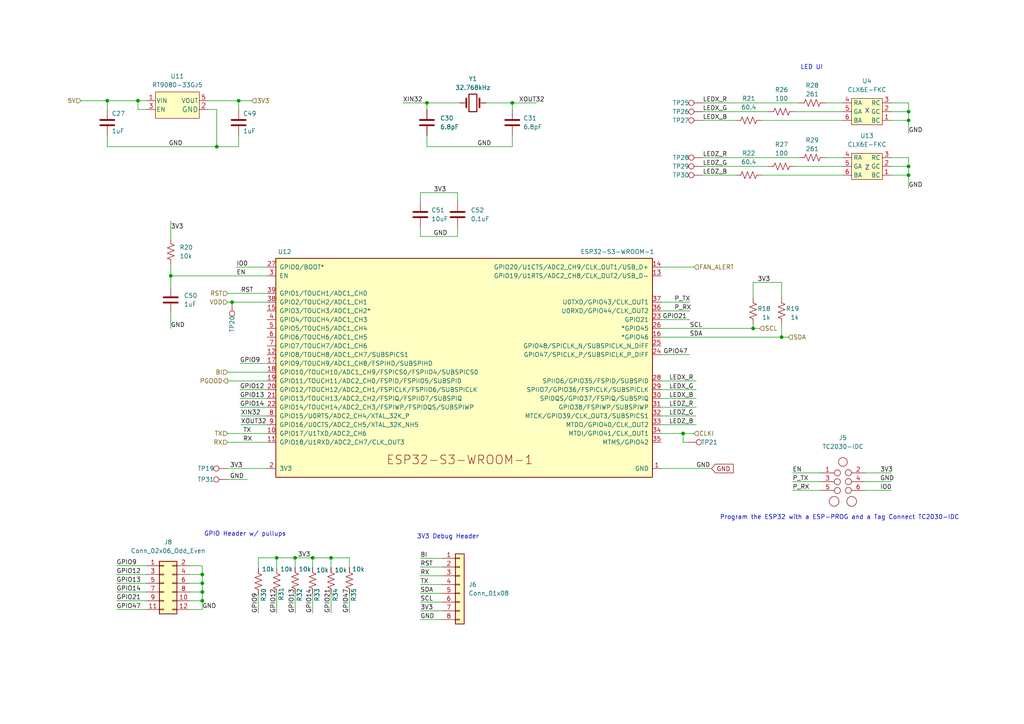
<source format=kicad_sch>
(kicad_sch (version 20211123) (generator eeschema)
  (paper "A4")
  (lib_symbols
    (symbol "CLX6E-FKC_1"
      (property "Reference" "U" (at 3.81 5.08 0))
      (property "Value" "CLX6E-FKC_1" (at 1.27 -5.08 0))
      (symbol "CLX6E-FKC_1_0_1"
        (rectangle (start -3.81 3.81) (end 5.08 -3.81) (stroke (width 0.1524)) (fill (type background)))
      )
      (symbol "CLX6E-FKC_1_1_1"
        (pin bidirectional line (at 7.62 -2.54 180) (length 2.54) (name "BC") (number "1"))
        (pin bidirectional line (at 7.62 0 180) (length 2.54) (name "GC") (number "2"))
        (pin bidirectional line (at 7.62 2.54 180) (length 2.54) (name "RC") (number "3"))
        (pin bidirectional line (at -6.35 2.54 0) (length 2.54) (name "RA") (number "4"))
        (pin bidirectional line (at -6.35 0 0) (length 2.54) (name "GA") (number "5"))
        (pin input line (at -6.35 -2.54 0) (length 2.54) (name "BA") (number "6"))
      )
    )
    (symbol "Connector:TestPoint" (pin_numbers hide) (pin_names (offset 0.762) hide)
      (property "Reference" "TP" (at 0 6.858 0))
      (property "Value" "TestPoint" (at 0 5.08 0))
      (symbol "TestPoint_0_1"
        (circle (center 0 3.302) (radius 0.762))
      )
      (symbol "TestPoint_1_1"
        (pin passive line (at 0 0 90) (length 2.54) (name "1") (number "1"))
      )
    )
    (symbol "Connector_Generic:Conn_01x08" (pin_names (offset 1.016) hide)
      (property "Reference" "J" (at 0 10.16 0))
      (property "Value" "Conn_01x08" (at 0 -12.7 0))
      (symbol "Conn_01x08_1_1"
        (rectangle (start -1.27 -10.033) (end 0 -10.287) (stroke (width 0.1524)))
        (rectangle (start -1.27 -7.493) (end 0 -7.747) (stroke (width 0.1524)))
        (rectangle (start -1.27 -4.953) (end 0 -5.207) (stroke (width 0.1524)))
        (rectangle (start -1.27 -2.413) (end 0 -2.667) (stroke (width 0.1524)))
        (rectangle (start -1.27 0.127) (end 0 -0.127) (stroke (width 0.1524)))
        (rectangle (start -1.27 2.667) (end 0 2.413) (stroke (width 0.1524)))
        (rectangle (start -1.27 5.207) (end 0 4.953) (stroke (width 0.1524)))
        (rectangle (start -1.27 7.747) (end 0 7.493) (stroke (width 0.1524)))
        (rectangle (start -1.27 8.89) (end 1.27 -11.43) (stroke (width 0.254)) (fill (type background)))
        (pin passive line (at -5.08 7.62 0) (length 3.81) (name "Pin_1") (number "1"))
        (pin passive line (at -5.08 5.08 0) (length 3.81) (name "Pin_2") (number "2"))
        (pin passive line (at -5.08 2.54 0) (length 3.81) (name "Pin_3") (number "3"))
        (pin passive line (at -5.08 0 0) (length 3.81) (name "Pin_4") (number "4"))
        (pin passive line (at -5.08 -2.54 0) (length 3.81) (name "Pin_5") (number "5"))
        (pin passive line (at -5.08 -5.08 0) (length 3.81) (name "Pin_6") (number "6"))
        (pin passive line (at -5.08 -7.62 0) (length 3.81) (name "Pin_7") (number "7"))
        (pin passive line (at -5.08 -10.16 0) (length 3.81) (name "Pin_8") (number "8"))
      )
    )
    (symbol "Connector_Generic:Conn_02x06_Odd_Even" (pin_names (offset 1.016) hide)
      (property "Reference" "J" (at 1.27 7.62 0))
      (property "Value" "Conn_02x06_Odd_Even" (at 1.27 -10.16 0))
      (symbol "Conn_02x06_Odd_Even_1_1"
        (rectangle (start -1.27 -7.493) (end 0 -7.747) (stroke (width 0.1524)))
        (rectangle (start -1.27 -4.953) (end 0 -5.207) (stroke (width 0.1524)))
        (rectangle (start -1.27 -2.413) (end 0 -2.667) (stroke (width 0.1524)))
        (rectangle (start -1.27 0.127) (end 0 -0.127) (stroke (width 0.1524)))
        (rectangle (start -1.27 2.667) (end 0 2.413) (stroke (width 0.1524)))
        (rectangle (start -1.27 5.207) (end 0 4.953) (stroke (width 0.1524)))
        (rectangle (start -1.27 6.35) (end 3.81 -8.89) (stroke (width 0.254)) (fill (type background)))
        (rectangle (start 3.81 -7.493) (end 2.54 -7.747) (stroke (width 0.1524)))
        (rectangle (start 3.81 -4.953) (end 2.54 -5.207) (stroke (width 0.1524)))
        (rectangle (start 3.81 -2.413) (end 2.54 -2.667) (stroke (width 0.1524)))
        (rectangle (start 3.81 0.127) (end 2.54 -0.127) (stroke (width 0.1524)))
        (rectangle (start 3.81 2.667) (end 2.54 2.413) (stroke (width 0.1524)))
        (rectangle (start 3.81 5.207) (end 2.54 4.953) (stroke (width 0.1524)))
        (pin passive line (at -5.08 5.08 0) (length 3.81) (name "Pin_1") (number "1"))
        (pin passive line (at 7.62 -5.08 180) (length 3.81) (name "Pin_10") (number "10"))
        (pin passive line (at -5.08 -7.62 0) (length 3.81) (name "Pin_11") (number "11"))
        (pin passive line (at 7.62 -7.62 180) (length 3.81) (name "Pin_12") (number "12"))
        (pin passive line (at 7.62 5.08 180) (length 3.81) (name "Pin_2") (number "2"))
        (pin passive line (at -5.08 2.54 0) (length 3.81) (name "Pin_3") (number "3"))
        (pin passive line (at 7.62 2.54 180) (length 3.81) (name "Pin_4") (number "4"))
        (pin passive line (at -5.08 0 0) (length 3.81) (name "Pin_5") (number "5"))
        (pin passive line (at 7.62 0 180) (length 3.81) (name "Pin_6") (number "6"))
        (pin passive line (at -5.08 -2.54 0) (length 3.81) (name "Pin_7") (number "7"))
        (pin passive line (at 7.62 -2.54 180) (length 3.81) (name "Pin_8") (number "8"))
        (pin passive line (at -5.08 -5.08 0) (length 3.81) (name "Pin_9") (number "9"))
      )
    )
    (symbol "Device:C" (pin_numbers hide) (pin_names (offset 0.254))
      (property "Reference" "C" (at 0.635 2.54 0))
      (property "Value" "C" (at 0.635 -2.54 0))
      (symbol "C_0_1"
        (polyline (pts (xy -2.032 -0.762) (xy 2.032 -0.762)) (stroke (width 0.508)))
        (polyline (pts (xy -2.032 0.762) (xy 2.032 0.762)) (stroke (width 0.508)))
      )
      (symbol "C_1_1"
        (pin passive line (at 0 3.81 270) (length 2.794) (name "~") (number "1"))
        (pin passive line (at 0 -3.81 90) (length 2.794) (name "~") (number "2"))
      )
    )
    (symbol "Device:Crystal" (pin_numbers hide) (pin_names (offset 1.016) hide)
      (property "Reference" "Y" (at 0 3.81 0))
      (property "Value" "Crystal" (at 0 -3.81 0))
      (symbol "Crystal_0_1"
        (rectangle (start -1.143 2.54) (end 1.143 -2.54) (stroke (width 0.3048)))
        (polyline (pts (xy -2.54 0) (xy -1.905 0)))
        (polyline (pts (xy -1.905 -1.27) (xy -1.905 1.27)) (stroke (width 0.508)))
        (polyline (pts (xy 1.905 -1.27) (xy 1.905 1.27)) (stroke (width 0.508)))
        (polyline (pts (xy 2.54 0) (xy 1.905 0)))
      )
      (symbol "Crystal_1_1"
        (pin passive line (at -3.81 0 0) (length 1.27) (name "1") (number "1"))
        (pin passive line (at 3.81 0 180) (length 1.27) (name "2") (number "2"))
      )
    )
    (symbol "Device:R_US" (pin_numbers hide) (pin_names (offset 0))
      (property "Reference" "R" (at 2.54 0 90))
      (property "Value" "R_US" (at -2.54 0 90))
      (symbol "R_US_0_1"
        (polyline (pts (xy 0 -2.286) (xy 0 -2.54)))
        (polyline (pts (xy 0 2.286) (xy 0 2.54)))
        (polyline (pts (xy 0 -0.762) (xy 1.016 -1.143) (xy 0 -1.524) (xy -1.016 -1.905) (xy 0 -2.286)))
        (polyline (pts (xy 0 0.762) (xy 1.016 0.381) (xy 0 0) (xy -1.016 -0.381) (xy 0 -0.762)))
        (polyline (pts (xy 0 2.286) (xy 1.016 1.905) (xy 0 1.524) (xy -1.016 1.143) (xy 0 0.762)))
      )
      (symbol "R_US_1_1"
        (pin passive line (at 0 3.81 270) (length 1.27) (name "~") (number "1"))
        (pin passive line (at 0 -3.81 90) (length 1.27) (name "~") (number "2"))
      )
    )
    (symbol "Espressif:ESP32-S3-WROOM-1" (pin_names (offset 1.016))
      (property "Reference" "U" (at -53.34 38.1 0))
      (property "Value" "ESP32-S3-WROOM-1" (at -53.34 35.56 0))
      (symbol "ESP32-S3-WROOM-1_0_0"
        (rectangle (start -53.34 33.02) (end 55.88 -30.48) (stroke (width 0.254)) (fill (type background)))
        (text "ESP32-S3-WROOM-1" (at 0 -25.4 0) (effects (font (size 2.54 2.54))))
        (pin power_in line (at 58.42 -27.94 180) (length 2.54) (name "GND") (number "1"))
        (pin bidirectional line (at -55.88 -17.78 0) (length 2.54) (name "GPIO17/U1TXD/ADC2_CH6") (number "10"))
        (pin bidirectional line (at -55.88 -20.32 0) (length 2.54) (name "GPIO18/U1RXD/ADC2_CH7/CLK_OUT3") (number "11"))
        (pin bidirectional line (at -55.88 5.08 0) (length 2.54) (name "GPIO8/TOUCH8/ADC1_CH7/SUBSPICS1") (number "12"))
        (pin bidirectional line (at 58.42 27.94 180) (length 2.54) (name "GPIO19/U1RTS/ADC2_CH8/CLK_OUT2/USB_D-") (number "13"))
        (pin bidirectional line (at 58.42 30.48 180) (length 2.54) (name "GPIO20/U1CTS/ADC2_CH9/CLK_OUT1/USB_D+") (number "14"))
        (pin bidirectional line (at -55.88 17.78 0) (length 2.54) (name "GPIO3/TOUCH3/ADC1_CH2*") (number "15"))
        (pin bidirectional line (at 58.42 10.16 180) (length 2.54) (name "*GPIO46") (number "16"))
        (pin bidirectional line (at -55.88 2.54 0) (length 2.54) (name "GPIO9/TOUCH9/ADC1_CH8/FSPIHD/SUBSPIHD") (number "17"))
        (pin bidirectional line (at -55.88 0 0) (length 2.54) (name "GPIO10/TOUCH10/ADC1_CH9/FSPICS0/FSPIIO4/SUBSPICS0") (number "18"))
        (pin bidirectional line (at -55.88 -2.54 0) (length 2.54) (name "GPIO11/TOUCH11/ADC2_CH0/FSPID/FSPIIO5/SUBSPID") (number "19"))
        (pin power_in line (at -55.88 -27.94 0) (length 2.54) (name "3V3") (number "2"))
        (pin bidirectional line (at -55.88 -5.08 0) (length 2.54) (name "GPIO12/TOUCH12/ADC2_CH1/FSPICLK/FSPIIO6/SUBSPICLK") (number "20"))
        (pin bidirectional line (at -55.88 -7.62 0) (length 2.54) (name "GPIO13/TOUCH13/ADC2_CH2/FSPIQ/FSPIIO7/SUBSPIQ") (number "21"))
        (pin bidirectional line (at -55.88 -10.16 0) (length 2.54) (name "GPIO14/TOUCH14/ADC2_CH3/FSPIWP/FSPIDQS/SUBSPIWP") (number "22"))
        (pin bidirectional line (at 58.42 15.24 180) (length 2.54) (name "GPIO21") (number "23"))
        (pin bidirectional line (at 58.42 5.08 180) (length 2.54) (name "GPIO47/SPICLK_P/SUBSPICLK_P_DIFF") (number "24"))
        (pin bidirectional line (at 58.42 7.62 180) (length 2.54) (name "GPIO48/SPICLK_N/SUBSPICLK_N_DIFF") (number "25"))
        (pin bidirectional line (at 58.42 12.7 180) (length 2.54) (name "*GPIO45") (number "26"))
        (pin bidirectional line (at -55.88 30.48 0) (length 2.54) (name "GPIO0/BOOT*") (number "27"))
        (pin bidirectional line (at 58.42 -2.54 180) (length 2.54) (name "SPIIO6/GPIO35/FSPID/SUBSPID") (number "28"))
        (pin bidirectional line (at 58.42 -5.08 180) (length 2.54) (name "SPIIO7/GPIO36/FSPICLK/SUBSPICLK") (number "29"))
        (pin input line (at -55.88 27.94 0) (length 2.54) (name "EN") (number "3"))
        (pin bidirectional line (at 58.42 -7.62 180) (length 2.54) (name "SPIDQS/GPIO37/FSPIQ/SUBSPIQ") (number "30"))
        (pin bidirectional line (at 58.42 -10.16 180) (length 2.54) (name "GPIO38/FSPIWP/SUBSPIWP") (number "31"))
        (pin bidirectional line (at 58.42 -12.7 180) (length 2.54) (name "MTCK/GPIO39/CLK_OUT3/SUBSPICS1") (number "32"))
        (pin bidirectional line (at 58.42 -15.24 180) (length 2.54) (name "MTDO/GPIO40/CLK_OUT2") (number "33"))
        (pin bidirectional line (at 58.42 -17.78 180) (length 2.54) (name "MTDI/GPIO41/CLK_OUT1") (number "34"))
        (pin bidirectional line (at 58.42 -20.32 180) (length 2.54) (name "MTMS/GPIO42") (number "35"))
        (pin bidirectional line (at 58.42 17.78 180) (length 2.54) (name "U0RXD/GPIO44/CLK_OUT2") (number "36"))
        (pin bidirectional line (at 58.42 20.32 180) (length 2.54) (name "U0TXD/GPIO43/CLK_OUT1") (number "37"))
        (pin bidirectional line (at -55.88 20.32 0) (length 2.54) (name "GPIO2/TOUCH2/ADC1_CH1") (number "38"))
        (pin bidirectional line (at -55.88 22.86 0) (length 2.54) (name "GPIO1/TOUCH1/ADC1_CH0") (number "39"))
        (pin bidirectional line (at -55.88 15.24 0) (length 2.54) (name "GPIO4/TOUCH4/ADC1_CH3") (number "4"))
        (pin passive line (at 58.42 -27.94 180) (length 2.54) hide (name "GND") (number "40"))
        (pin passive line (at 58.42 -27.94 180) (length 2.54) hide (name "GND") (number "41"))
        (pin bidirectional line (at -55.88 12.7 0) (length 2.54) (name "GPIO5/TOUCH5/ADC1_CH4") (number "5"))
        (pin bidirectional line (at -55.88 10.16 0) (length 2.54) (name "GPIO6/TOUCH6/ADC1_CH5") (number "6"))
        (pin bidirectional line (at -55.88 7.62 0) (length 2.54) (name "GPIO7/TOUCH7/ADC1_CH6") (number "7"))
        (pin bidirectional line (at -55.88 -12.7 0) (length 2.54) (name "GPIO15/U0RTS/ADC2_CH4/XTAL_32K_P") (number "8"))
        (pin bidirectional line (at -55.88 -15.24 0) (length 2.54) (name "GPIO16/U0CTS/ADC2_CH5/XTAL_32K_NH5") (number "9"))
      )
    )
    (symbol "Espressif:TC2030-IDC-NL" (pin_names (offset 1.016) hide)
      (property "Reference" "J" (at 0 -8.89 0))
      (property "Value" "TC2030-IDC-NL" (at 0.635 -11.43 0))
      (symbol "TC2030-IDC-NL_0_1"
        (circle (center -2.54 -5.715) (radius 1.4224))
        (circle (center -1.6002 2.54) (radius 0.889))
        (circle (center 0 5.715) (radius 1.27))
      )
      (symbol "TC2030-IDC-NL_1_1"
        (circle (center -1.6002 -2.5908) (radius 0.889))
        (circle (center -1.6002 -0.0508) (radius 0.889))
        (circle (center 1.6002 -2.54) (radius 0.889))
        (circle (center 1.6002 0) (radius 0.889))
        (circle (center 1.6002 2.5908) (radius 0.889))
        (circle (center 2.54 -5.715) (radius 1.4224))
        (pin passive line (at -6.35 2.54 0) (length 3.81) (name "Pin_1") (number "1"))
        (pin passive line (at 6.35 2.54 180) (length 3.81) (name "Pin_2") (number "2"))
        (pin passive line (at -6.35 0 0) (length 3.81) (name "Pin_3") (number "3"))
        (pin passive line (at 6.35 0 180) (length 3.81) (name "Pin_4") (number "4"))
        (pin passive line (at -6.35 -2.54 0) (length 3.81) (name "Pin_5") (number "5"))
        (pin passive line (at 6.35 -2.54 180) (length 3.81) (name "Pin_6") (number "6"))
      )
    )
    (symbol "bitaxe:RT9080-33GJ5" (pin_names (offset 0.254))
      (property "Reference" "U" (at -6.35 5.08 0))
      (property "Value" "RT9080-33GJ5" (at 0 -5.08 0))
      (symbol "RT9080-33GJ5_1_1"
        (rectangle (start -6.35 3.81) (end 6.35 -3.81) (stroke (width 0.1524)) (fill (type background)))
        (pin power_in line (at -8.89 1.27 0) (length 2.54) (name "VIN") (number "1"))
        (pin power_in line (at 8.89 -1.27 180) (length 2.54) (name "GND") (number "2"))
        (pin input line (at -8.89 -1.27 0) (length 2.54) (name "EN") (number "3"))
        (pin output line (at 8.89 1.27 180) (length 2.54) (name "VOUT") (number "5"))
      )
    )
  )
  (junction (at 198.12 125.73))
  (junction (at 85.598 161.798))
  (junction (at 58.674 171.704))
  (junction (at 123.825 29.845))
  (junction (at 96.012 161.798))
  (junction (at 263.525 32.385))
  (junction (at 263.525 34.925))
  (junction (at 62.865 42.545))
  (junction (at 263.525 48.26))
  (junction (at 90.678 161.798))
  (junction (at 263.525 50.8))
  (junction (at 40.005 29.21))
  (junction (at 58.674 174.244))
  (junction (at 58.674 169.164))
  (junction (at 148.59 29.845))
  (junction (at 80.264 161.798))
  (junction (at 218.44 95.25))
  (junction (at 49.53 80.01))
  (junction (at 69.215 29.21))
  (junction (at 58.674 166.624))
  (junction (at 226.695 97.79))
  (junction (at 67.31 87.63))
  (junction (at 31.115 29.21))
  (wire (pts (xy 33.782 176.784) (xy 42.418 176.784)))
  (wire (pts (xy 121.92 172.085) (xy 128.27 172.085)))
  (wire (pts (xy 121.92 177.165) (xy 128.27 177.165)))
  (wire (pts (xy 121.92 55.88) (xy 121.92 58.42)))
  (wire (pts (xy 218.44 95.25) (xy 220.345 95.25)))
  (wire (pts (xy 191.77 113.03) (xy 201.93 113.03)))
  (wire (pts (xy 31.115 29.21) (xy 31.115 31.75)))
  (wire (pts (xy 258.445 32.385) (xy 263.525 32.385)))
  (wire (pts (xy 96.012 172.212) (xy 96.012 177.8)))
  (wire (pts (xy 55.118 174.244) (xy 58.674 174.244)))
  (wire (pts (xy 55.118 166.624) (xy 58.674 166.624)))
  (wire (pts (xy 33.782 166.624) (xy 42.418 166.624)))
  (wire (pts (xy 58.674 169.164) (xy 58.674 171.704)))
  (wire (pts (xy 239.395 29.845) (xy 244.475 29.845)))
  (wire (pts (xy 60.325 31.75) (xy 62.865 31.75)))
  (wire (pts (xy 140.97 29.845) (xy 148.59 29.845)))
  (wire (pts (xy 58.674 164.084) (xy 58.674 166.624)))
  (wire (pts (xy 90.678 161.798) (xy 96.012 161.798)))
  (wire (pts (xy 258.445 50.8) (xy 263.525 50.8)))
  (wire (pts (xy 250.825 139.7) (xy 258.445 139.7)))
  (wire (pts (xy 263.525 32.385) (xy 263.525 34.925)))
  (wire (pts (xy 191.77 95.25) (xy 218.44 95.25)))
  (wire (pts (xy 69.215 39.37) (xy 69.215 42.545)))
  (wire (pts (xy 226.695 93.98) (xy 226.695 97.79)))
  (wire (pts (xy 55.118 164.084) (xy 58.674 164.084)))
  (wire (pts (xy 66.04 110.49) (xy 77.47 110.49)))
  (wire (pts (xy 132.715 68.58) (xy 121.92 68.58)))
  (wire (pts (xy 55.118 176.784) (xy 58.674 176.784)))
  (wire (pts (xy 62.865 31.75) (xy 62.865 42.545)))
  (wire (pts (xy 123.825 42.545) (xy 123.825 39.37)))
  (wire (pts (xy 220.98 34.925) (xy 244.475 34.925)))
  (wire (pts (xy 250.825 137.16) (xy 258.445 137.16)))
  (wire (pts (xy 69.215 29.21) (xy 69.215 31.75)))
  (wire (pts (xy 80.264 161.798) (xy 85.598 161.798)))
  (wire (pts (xy 77.47 125.73) (xy 66.04 125.73)))
  (wire (pts (xy 132.715 66.04) (xy 132.715 68.58)))
  (wire (pts (xy 49.53 76.835) (xy 49.53 80.01)))
  (wire (pts (xy 263.525 34.925) (xy 263.525 38.735)))
  (wire (pts (xy 40.005 29.21) (xy 42.545 29.21)))
  (wire (pts (xy 191.77 92.71) (xy 200.025 92.71)))
  (wire (pts (xy 226.695 81.915) (xy 226.695 86.36)))
  (wire (pts (xy 191.77 102.87) (xy 200.025 102.87)))
  (wire (pts (xy 85.598 161.798) (xy 90.678 161.798)))
  (wire (pts (xy 49.53 90.805) (xy 49.53 95.25)))
  (wire (pts (xy 69.596 118.11) (xy 77.47 118.11)))
  (wire (pts (xy 58.674 171.704) (xy 58.674 174.244)))
  (wire (pts (xy 198.12 128.27) (xy 198.12 125.73)))
  (wire (pts (xy 218.44 81.915) (xy 218.44 86.36)))
  (wire (pts (xy 148.59 29.845) (xy 155.575 29.845)))
  (wire (pts (xy 69.85 120.65) (xy 77.47 120.65)))
  (wire (pts (xy 85.598 161.798) (xy 85.598 164.592)))
  (wire (pts (xy 77.47 85.09) (xy 66.04 85.09)))
  (wire (pts (xy 230.505 48.26) (xy 244.475 48.26)))
  (wire (pts (xy 66.04 107.95) (xy 77.47 107.95)))
  (wire (pts (xy 68.58 77.47) (xy 77.47 77.47)))
  (wire (pts (xy 191.77 120.65) (xy 201.93 120.65)))
  (wire (pts (xy 191.77 115.57) (xy 201.93 115.57)))
  (wire (pts (xy 116.84 29.845) (xy 123.825 29.845)))
  (wire (pts (xy 123.825 42.545) (xy 148.59 42.545)))
  (wire (pts (xy 220.98 50.8) (xy 244.475 50.8)))
  (wire (pts (xy 203.835 34.925) (xy 213.36 34.925)))
  (wire (pts (xy 123.825 29.845) (xy 123.825 31.75)))
  (wire (pts (xy 55.118 171.704) (xy 58.674 171.704)))
  (wire (pts (xy 55.118 169.164) (xy 58.674 169.164)))
  (wire (pts (xy 23.495 29.21) (xy 31.115 29.21)))
  (wire (pts (xy 199.39 128.27) (xy 198.12 128.27)))
  (wire (pts (xy 222.885 48.26) (xy 203.835 48.26)))
  (wire (pts (xy 250.825 142.24) (xy 258.445 142.24)))
  (wire (pts (xy 191.77 123.19) (xy 201.93 123.19)))
  (wire (pts (xy 203.835 50.8) (xy 213.36 50.8)))
  (wire (pts (xy 191.77 77.47) (xy 201.295 77.47)))
  (wire (pts (xy 121.92 174.625) (xy 128.27 174.625)))
  (wire (pts (xy 74.93 161.798) (xy 80.264 161.798)))
  (wire (pts (xy 258.445 48.26) (xy 263.525 48.26)))
  (wire (pts (xy 69.85 123.19) (xy 77.47 123.19)))
  (wire (pts (xy 33.782 169.164) (xy 42.418 169.164)))
  (wire (pts (xy 263.525 48.26) (xy 263.525 50.8)))
  (wire (pts (xy 218.44 81.915) (xy 226.695 81.915)))
  (wire (pts (xy 230.505 32.385) (xy 244.475 32.385)))
  (wire (pts (xy 226.695 97.79) (xy 228.6 97.79)))
  (wire (pts (xy 191.77 90.17) (xy 200.025 90.17)))
  (wire (pts (xy 77.47 128.27) (xy 66.04 128.27)))
  (wire (pts (xy 191.77 110.49) (xy 201.93 110.49)))
  (wire (pts (xy 123.825 29.845) (xy 133.35 29.845)))
  (wire (pts (xy 33.782 164.084) (xy 42.418 164.084)))
  (wire (pts (xy 229.87 142.24) (xy 238.125 142.24)))
  (wire (pts (xy 49.53 80.01) (xy 77.47 80.01)))
  (wire (pts (xy 80.264 172.466) (xy 80.264 177.8)))
  (wire (pts (xy 198.12 125.73) (xy 201.295 125.73)))
  (wire (pts (xy 191.77 97.79) (xy 226.695 97.79)))
  (wire (pts (xy 49.53 64.135) (xy 49.53 69.215)))
  (wire (pts (xy 96.012 161.798) (xy 96.012 164.592)))
  (wire (pts (xy 66.04 139.065) (xy 71.755 139.065)))
  (wire (pts (xy 69.215 29.21) (xy 73.025 29.21)))
  (wire (pts (xy 33.782 174.244) (xy 42.418 174.244)))
  (wire (pts (xy 31.115 29.21) (xy 40.005 29.21)))
  (wire (pts (xy 121.92 167.005) (xy 128.27 167.005)))
  (wire (pts (xy 121.92 169.545) (xy 128.27 169.545)))
  (wire (pts (xy 191.77 118.11) (xy 201.93 118.11)))
  (wire (pts (xy 80.264 161.798) (xy 80.264 164.846)))
  (wire (pts (xy 101.346 161.798) (xy 101.346 164.592)))
  (wire (pts (xy 90.678 172.212) (xy 90.678 177.8)))
  (wire (pts (xy 33.782 171.704) (xy 42.418 171.704)))
  (wire (pts (xy 263.525 45.72) (xy 263.525 48.26)))
  (wire (pts (xy 191.77 135.89) (xy 206.375 135.89)))
  (wire (pts (xy 229.87 139.7) (xy 238.125 139.7)))
  (wire (pts (xy 31.115 42.545) (xy 31.115 39.37)))
  (wire (pts (xy 67.31 87.63) (xy 77.47 87.63)))
  (wire (pts (xy 263.525 50.8) (xy 263.525 54.61)))
  (wire (pts (xy 121.92 68.58) (xy 121.92 66.04)))
  (wire (pts (xy 121.92 161.925) (xy 128.27 161.925)))
  (wire (pts (xy 203.835 45.72) (xy 231.775 45.72)))
  (wire (pts (xy 69.596 115.57) (xy 77.47 115.57)))
  (wire (pts (xy 85.598 172.212) (xy 85.598 177.8)))
  (wire (pts (xy 42.545 31.75) (xy 40.005 31.75)))
  (wire (pts (xy 258.445 34.925) (xy 263.525 34.925)))
  (wire (pts (xy 148.59 29.845) (xy 148.59 31.75)))
  (wire (pts (xy 229.87 137.16) (xy 238.125 137.16)))
  (wire (pts (xy 69.596 105.41) (xy 77.47 105.41)))
  (wire (pts (xy 191.77 87.63) (xy 200.025 87.63)))
  (wire (pts (xy 40.005 31.75) (xy 40.005 29.21)))
  (wire (pts (xy 74.93 164.846) (xy 74.93 161.798)))
  (wire (pts (xy 90.678 161.798) (xy 90.678 164.592)))
  (wire (pts (xy 191.77 125.73) (xy 198.12 125.73)))
  (wire (pts (xy 121.92 179.705) (xy 128.27 179.705)))
  (wire (pts (xy 101.346 172.212) (xy 101.346 177.8)))
  (wire (pts (xy 49.53 80.01) (xy 49.53 83.185)))
  (wire (pts (xy 239.395 45.72) (xy 244.475 45.72)))
  (wire (pts (xy 218.44 93.98) (xy 218.44 95.25)))
  (wire (pts (xy 148.59 39.37) (xy 148.59 42.545)))
  (wire (pts (xy 96.012 161.798) (xy 101.346 161.798)))
  (wire (pts (xy 203.835 29.845) (xy 231.775 29.845)))
  (wire (pts (xy 258.445 29.845) (xy 263.525 29.845)))
  (wire (pts (xy 132.715 55.88) (xy 121.92 55.88)))
  (wire (pts (xy 258.445 45.72) (xy 263.525 45.72)))
  (wire (pts (xy 74.93 172.466) (xy 74.93 177.8)))
  (wire (pts (xy 121.92 164.465) (xy 128.27 164.465)))
  (wire (pts (xy 222.885 32.385) (xy 203.835 32.385)))
  (wire (pts (xy 66.04 135.89) (xy 77.47 135.89)))
  (wire (pts (xy 132.715 58.42) (xy 132.715 55.88)))
  (wire (pts (xy 69.596 113.03) (xy 77.47 113.03)))
  (wire (pts (xy 263.525 29.845) (xy 263.525 32.385)))
  (wire (pts (xy 66.04 87.63) (xy 67.31 87.63)))
  (wire (pts (xy 69.215 42.545) (xy 62.865 42.545)))
  (wire (pts (xy 60.325 29.21) (xy 69.215 29.21)))
  (wire (pts (xy 58.674 174.244) (xy 58.674 176.784)))
  (wire (pts (xy 62.865 42.545) (xy 31.115 42.545)))
  (wire (pts (xy 58.674 166.624) (xy 58.674 169.164)))
  (text "X" (at 250.825 33.02 0) (effects (font (size 1.27 1.27)) (justify left bottom)))
  (text "Z" (at 250.825 49.53 0) (effects (font (size 1.27 1.27)) (justify left bottom)))
  (text "Program the ESP32 with a ESP-PROG and a Tag Connect TC2030-IDC" (at 208.788 150.876 0) (effects (font (size 1.27 1.27)) (justify left bottom)))
  (text "3V3 Debug Header" (at 120.904 156.464 0) (effects (font (size 1.27 1.27)) (justify left bottom)))
  (text "GPIO Header w/ pullups" (at 59.182 155.702 0) (effects (font (size 1.27 1.27)) (justify left bottom)))
  (text "LED UI" (at 232.156 20.32 0) (effects (font (size 1.27 1.27)) (justify left bottom)))
  (label "LEDZ_G" (at 203.835 48.26 0))
  (label "GPIO9" (at 74.93 177.8 90))
  (label "P_RX" (at 229.87 142.24 0))
  (label "RX" (at 121.92 167.005 0))
  (label "EN" (at 68.58 80.01 0))
  (label "GPIO13" (at 85.598 177.8 90))
  (label "RST" (at 121.92 164.465 0))
  (label "RST" (at 69.85 85.09 0))
  (label "GPIO9" (at 33.782 164.084 0))
  (label "SDA" (at 121.92 172.085 0))
  (label "GND" (at 263.525 54.61 0))
  (label "GPIO12" (at 80.264 177.8 90))
  (label "LEDX_G" (at 194.056 113.03 0))
  (label "P_TX" (at 229.87 139.7 0))
  (label "GPIO14" (at 69.596 118.11 0))
  (label "GPIO21" (at 192.151 92.71 0))
  (label "EN" (at 229.87 137.16 0))
  (label "GPIO12" (at 69.596 113.03 0))
  (label "3V3" (at 86.36 161.798 0))
  (label "XOUT32" (at 150.495 29.845 0))
  (label "P_RX" (at 195.58 90.17 0))
  (label "GPIO14" (at 33.782 171.704 0))
  (label "GPIO47" (at 101.346 177.8 90))
  (label "GPIO21" (at 96.012 177.8 90))
  (label "LEDX_G" (at 203.835 32.385 0))
  (label "GND" (at 125.73 68.58 0))
  (label "3V3" (at 66.675 135.89 0))
  (label "3V3" (at 219.71 81.915 0))
  (label "GPIO47" (at 192.405 102.87 0))
  (label "GPIO13" (at 69.596 115.57 0))
  (label "GPIO13" (at 33.782 169.164 0))
  (label "IO0" (at 68.58 77.47 0))
  (label "SDA" (at 200.025 97.79 0))
  (label "BI" (at 121.92 161.925 0))
  (label "GND" (at 66.675 139.065 0))
  (label "GPIO47" (at 33.782 176.784 0))
  (label "XIN32" (at 69.85 120.65 0))
  (label "TX" (at 70.485 125.73 0))
  (label "GND" (at 138.43 42.545 0))
  (label "3V3" (at 255.27 137.16 0))
  (label "GND" (at 58.674 176.784 0))
  (label "LEDX_R" (at 194.056 110.49 0))
  (label "LEDZ_R" (at 203.835 45.72 0))
  (label "GPIO12" (at 33.782 166.624 0))
  (label "IO0" (at 255.27 142.24 0))
  (label "SCL" (at 121.92 174.625 0))
  (label "SCL" (at 200.025 95.25 0))
  (label "XOUT32" (at 69.85 123.19 0))
  (label "XIN32" (at 116.84 29.845 0))
  (label "GND" (at 201.93 135.89 0))
  (label "TX" (at 121.92 169.545 0))
  (label "3V3" (at 125.73 55.88 0))
  (label "3V3" (at 121.92 177.165 0))
  (label "LEDX_R" (at 203.835 29.845 0))
  (label "3V3" (at 49.53 66.675 0))
  (label "LEDZ_B" (at 194.056 123.19 0))
  (label "GND" (at 49.53 95.25 0))
  (label "P_TX" (at 195.58 87.63 0))
  (label "GND" (at 121.92 179.705 0))
  (label "LEDZ_R" (at 194.056 118.11 0))
  (label "LEDZ_G" (at 194.056 120.65 0))
  (label "GPIO9" (at 69.596 105.41 0))
  (label "GND" (at 255.27 139.7 0))
  (label "GND" (at 48.895 42.545 0))
  (label "GPIO21" (at 33.782 174.244 0))
  (label "LEDX_B" (at 194.056 115.57 0))
  (label "RX" (at 70.485 128.27 0))
  (label "GPIO14" (at 90.678 177.8 90))
  (label "LEDZ_B" (at 203.835 50.8 0))
  (label "LEDX_B" (at 203.835 34.925 0))
  (label "GND" (at 263.525 38.735 0))
  (global_label "GND" (shape input) (at 206.375 135.89 0) (property "Intersheet References" "${INTERSHEET_REFS}" (effects hide)))
  (hierarchical_label "TX" (shape input) (at 66.04 125.73 180))
  (hierarchical_label "RX" (shape input) (at 66.04 128.27 180))
  (hierarchical_label "CLKI" (shape input) (at 201.295 125.73 0))
  (hierarchical_label "FAN_ALERT" (shape input) (at 201.295 77.47 0))
  (hierarchical_label "BI" (shape input) (at 66.04 107.95 180))
  (hierarchical_label "3V3" (shape input) (at 73.025 29.21 0))
  (hierarchical_label "SCL" (shape input) (at 220.345 95.25 0))
  (hierarchical_label "RST" (shape input) (at 66.04 85.09 180))
  (hierarchical_label "SDA" (shape input) (at 228.6 97.79 0))
  (hierarchical_label "PGOOD" (shape output) (at 66.04 110.49 180))
  (hierarchical_label "5V" (shape input) (at 23.495 29.21 180))
  (hierarchical_label "VDD" (shape input) (at 66.04 87.63 180))
  (symbol (lib_id "Device:R_US") (at 101.346 168.402 0) (unit 1)
    (property "Reference" "R35" (at 102.616 174.498 90) (effects (justify left)))
    (property "Value" "10k" (at 102.108 165.1 0) (effects (justify left)))
    (property "Footprint" "Resistor_SMD:R_0402_1005Metric" (effects hide))
    (property "DK" "311-10KJRCT-ND" (effects hide))
  )
  (symbol (lib_id "Device:R_US") (at 235.585 29.845 90) (unit 1)
    (property "Reference" "R28" (at 235.585 24.765 90))
    (property "Value" "261" (at 235.585 27.305 90))
    (property "Footprint" "Resistor_SMD:R_0402_1005Metric" (effects hide))
    (property "DK" "YAG3078CT-ND" (effects hide))
  )
  (symbol (lib_id "Device:R_US") (at 218.44 90.17 180) (unit 1)
    (property "Reference" "R18" (at 221.615 89.535 0))
    (property "Value" "1k" (at 222.25 92.075 0))
    (property "Footprint" "Resistor_SMD:R_0402_1005Metric" (effects hide))
    (property "DK" "YAG2306CT-ND" (effects hide))
  )
  (symbol (lib_id "Device:C") (at 49.53 86.995 0) (unit 1)
    (property "Reference" "C50" (at 53.34 85.7249 0) (effects (justify left)))
    (property "Value" "1uF" (at 53.34 88.2649 0) (effects (justify left)))
    (property "Footprint" "Capacitor_SMD:C_0402_1005Metric" (effects hide))
    (property "DK" "587-5514-1-ND" (effects hide))
  )
  (symbol (lib_id "Device:C") (at 123.825 35.56 0) (unit 1)
    (property "Reference" "C30" (at 127.635 34.2899 0) (effects (justify left)))
    (property "Value" "6.8pF" (at 127.635 36.8299 0) (effects (justify left)))
    (property "Footprint" "Capacitor_SMD:C_0402_1005Metric" (effects hide))
    (property "DK" "399-C0402C689C5GAC7867CT-ND" (effects hide))
    (property "PARTNO" "C0402C689C5GAC7867" (effects hide))
  )
  (symbol (lib_id "Device:R_US") (at 96.012 168.402 0) (unit 1)
    (property "Reference" "R34" (at 97.282 174.498 90) (effects (justify left)))
    (property "Value" "10k" (at 97.028 165.354 0) (effects (justify left)))
    (property "Footprint" "Resistor_SMD:R_0402_1005Metric" (effects hide))
    (property "DK" "311-10KJRCT-ND" (effects hide))
  )
  (symbol (lib_id "Connector:TestPoint") (at 203.835 34.925 90) (mirror x) (unit 1)
    (property "Reference" "TP27" (at 197.485 34.925 90))
    (property "Value" "TestPoint" (effects hide))
    (property "Footprint" "TestPoint:TestPoint_Pad_D1.5mm" (effects hide))
    (property "DNP" "T" (effects hide))
  )
  (symbol (lib_id "Connector:TestPoint") (at 203.835 48.26 90) (mirror x) (unit 1)
    (property "Reference" "TP29" (at 197.485 48.26 90))
    (property "Value" "TestPoint" (effects hide))
    (property "Footprint" "TestPoint:TestPoint_Pad_D1.5mm" (effects hide))
    (property "DNP" "T" (effects hide))
  )
  (symbol (lib_name "CLX6E-FKC_1") (lib_id "bitaxe:CLX6E-FKC") (at 250.825 32.385 0) (unit 1)
    (property "Reference" "U4" (at 251.46 23.495 0))
    (property "Value" "CLX6E-FKC" (at 251.46 26.035 0))
    (property "Footprint" "bitaxe:CLX6E-FKC-CH1M1D1BB7C3D3" (effects hide))
    (property "Datasheet" "https://assets.cree-led.com/a/ds/h/HB-CLX6E-FKC.pdf" (effects hide))
    (property "DK" "CLX6E-FKC-CH1M1D1BB7C3D3CT-ND" (effects hide))
    (property "PARTNO" "CLX6E-FKC-CH1M1D1BB7C3D3" (effects hide))
  )
  (symbol (lib_id "Device:C") (at 132.715 62.23 0) (unit 1)
    (property "Reference" "C52" (at 136.525 60.9599 0) (effects (justify left)))
    (property "Value" "0.1uF" (at 136.525 63.4999 0) (effects (justify left)))
    (property "Footprint" "Capacitor_SMD:C_0402_1005Metric" (effects hide))
    (property "DK" "1292-1639-1-ND" (effects hide))
  )
  (symbol (lib_id "Connector:TestPoint") (at 67.31 87.63 0) (mirror x) (unit 1)
    (property "Reference" "TP20" (at 67.31 93.98 90))
    (property "Value" "TestPoint" (effects hide))
    (property "Footprint" "TestPoint:TestPoint_Pad_D1.5mm" (effects hide))
    (property "DNP" "T" (effects hide))
  )
  (symbol (lib_id "Connector_Generic:Conn_02x06_Odd_Even") (at 47.498 169.164 0) (unit 1)
    (property "Reference" "J8" (at 48.768 157.226 0))
    (property "Value" "Conn_02x06_Odd_Even" (at 48.768 159.766 0))
    (property "Footprint" "Connector_PinHeader_2.54mm:PinHeader_2x06_P2.54mm_Vertical_SMD" (effects hide))
    (property "DNP" "T" (effects hide))
  )
  (symbol (lib_id "Device:R_US") (at 226.695 32.385 90) (unit 1)
    (property "Reference" "R26" (at 226.695 26.035 90))
    (property "Value" "100" (at 226.695 28.575 90))
    (property "Footprint" "Resistor_SMD:R_0402_1005Metric" (effects hide))
    (property "DK" "RMCF0402FT100RCT-ND" (effects hide))
  )
  (symbol (lib_id "Device:R_US") (at 235.585 45.72 90) (unit 1)
    (property "Reference" "R29" (at 235.585 40.64 90))
    (property "Value" "261" (at 235.585 43.18 90))
    (property "Footprint" "Resistor_SMD:R_0402_1005Metric" (effects hide))
    (property "DK" "YAG3078CT-ND" (effects hide))
  )
  (symbol (lib_id "Device:R_US") (at 226.695 90.17 180) (unit 1)
    (property "Reference" "R19" (at 229.87 89.535 0))
    (property "Value" "1k" (at 230.505 92.075 0))
    (property "Footprint" "Resistor_SMD:R_0402_1005Metric" (effects hide))
    (property "DK" "YAG2306CT-ND" (effects hide))
  )
  (symbol (lib_id "Device:C") (at 148.59 35.56 0) (unit 1)
    (property "Reference" "C31" (at 151.765 34.2899 0) (effects (justify left)))
    (property "Value" "6.8pF" (at 151.765 36.8299 0) (effects (justify left)))
    (property "Footprint" "Capacitor_SMD:C_0402_1005Metric" (effects hide))
    (property "DK" "399-C0402C689C5GAC7867CT-ND" (effects hide))
    (property "PARTNO" "C0402C689C5GAC7867" (effects hide))
  )
  (symbol (lib_id "Device:R_US") (at 85.598 168.402 0) (unit 1)
    (property "Reference" "R32" (at 86.868 174.498 90) (effects (justify left)))
    (property "Value" "10k" (at 86.614 165.1 0) (effects (justify left)))
    (property "Footprint" "Resistor_SMD:R_0402_1005Metric" (effects hide))
    (property "DK" "311-10KJRCT-ND" (effects hide))
  )
  (symbol (lib_id "bitaxe:RT9080-33GJ5") (at 51.435 30.48 0) (unit 1)
    (property "Reference" "U11" (at 51.435 22.098 0))
    (property "Value" "RT9080-33GJ5" (at 51.435 24.638 0))
    (property "Footprint" "bitaxe:RT9080-33GJ5" (effects hide))
    (property "Datasheet" "https://www.richtek.com/assets/product_file/RT9080/DS9080-05.pdf" (effects hide))
    (property "DK" "1028-1509-1-ND" (effects hide))
    (property "PARTNO" "RT9080-33GJ5" (effects hide))
  )
  (symbol (lib_id "Connector:TestPoint") (at 203.835 50.8 90) (mirror x) (unit 1)
    (property "Reference" "TP30" (at 197.485 50.8 90))
    (property "Value" "TestPoint" (effects hide))
    (property "Footprint" "TestPoint:TestPoint_Pad_D1.5mm" (effects hide))
    (property "DNP" "T" (effects hide))
  )
  (symbol (lib_id "Device:R_US") (at 74.93 168.656 0) (unit 1)
    (property "Reference" "R30" (at 76.454 174.498 90) (effects (justify left)))
    (property "Value" "10k" (at 75.946 165.1 0) (effects (justify left)))
    (property "Footprint" "Resistor_SMD:R_0402_1005Metric" (effects hide))
    (property "DK" "311-10KJRCT-ND" (effects hide))
  )
  (symbol (lib_id "Device:R_US") (at 80.264 168.656 0) (unit 1)
    (property "Reference" "R31" (at 81.534 174.244 90) (effects (justify left)))
    (property "Value" "10k" (at 81.28 165.1 0) (effects (justify left)))
    (property "Footprint" "Resistor_SMD:R_0402_1005Metric" (effects hide))
    (property "DK" "311-10KJRCT-ND" (effects hide))
  )
  (symbol (lib_id "Connector:TestPoint") (at 66.04 139.065 90) (mirror x) (unit 1)
    (property "Reference" "TP31" (at 59.69 139.065 90))
    (property "Value" "TestPoint" (effects hide))
    (property "Footprint" "TestPoint:TestPoint_Pad_D1.5mm" (effects hide))
    (property "DNP" "T" (effects hide))
  )
  (symbol (lib_id "Device:R_US") (at 226.695 48.26 90) (unit 1)
    (property "Reference" "R27" (at 226.695 41.91 90))
    (property "Value" "100" (at 226.695 44.45 90))
    (property "Footprint" "Resistor_SMD:R_0402_1005Metric" (effects hide))
    (property "DK" "RMCF0402FT100RCT-ND" (effects hide))
  )
  (symbol (lib_id "Connector:TestPoint") (at 203.835 45.72 90) (mirror x) (unit 1)
    (property "Reference" "TP28" (at 197.485 45.72 90))
    (property "Value" "TestPoint" (effects hide))
    (property "Footprint" "TestPoint:TestPoint_Pad_D1.5mm" (effects hide))
    (property "DNP" "T" (effects hide))
  )
  (symbol (lib_id "Device:R_US") (at 90.678 168.402 0) (unit 1)
    (property "Reference" "R33" (at 91.948 174.498 90) (effects (justify left)))
    (property "Value" "10k" (at 91.694 165.354 0) (effects (justify left)))
    (property "Footprint" "Resistor_SMD:R_0402_1005Metric" (effects hide))
    (property "DK" "311-10KJRCT-ND" (effects hide))
  )
  (symbol (lib_id "Connector:TestPoint") (at 203.835 29.845 90) (mirror x) (unit 1)
    (property "Reference" "TP25" (at 197.485 29.845 90))
    (property "Value" "TestPoint" (effects hide))
    (property "Footprint" "TestPoint:TestPoint_Pad_D1.5mm" (effects hide))
    (property "DNP" "T" (effects hide))
  )
  (symbol (lib_id "Device:R_US") (at 49.53 73.025 0) (unit 1)
    (property "Reference" "R20" (at 52.07 71.7549 0) (effects (justify left)))
    (property "Value" "10k" (at 52.07 74.2949 0) (effects (justify left)))
    (property "Footprint" "Resistor_SMD:R_0402_1005Metric" (effects hide))
    (property "DK" "311-10KJRCT-ND" (effects hide))
  )
  (symbol (lib_id "Device:R_US") (at 217.17 34.925 90) (unit 1)
    (property "Reference" "R21" (at 217.17 28.575 90))
    (property "Value" "60.4" (at 217.17 31.115 90))
    (property "Footprint" "Resistor_SMD:R_0402_1005Metric" (effects hide))
    (property "DK" "311-60.4LRCT-ND" (effects hide))
  )
  (symbol (lib_id "Espressif:TC2030-IDC-NL") (at 244.475 139.7 0) (unit 1)
    (property "Reference" "J5" (at 244.475 127 0))
    (property "Value" "TC2030-IDC" (at 244.475 129.54 0))
    (property "Footprint" "Connector:Tag-Connect_TC2030-IDC-NL_2x03_P1.27mm_Vertical" (effects hide))
    (property "DNP" "T" (effects hide))
  )
  (symbol (lib_id "Device:C") (at 69.215 35.56 0) (unit 1)
    (property "Reference" "C49" (at 70.485 33.655 0) (effects (justify left bottom)))
    (property "Value" "1uF" (at 70.485 38.735 0) (effects (justify left bottom)))
    (property "Footprint" "Capacitor_SMD:C_0402_1005Metric" (effects hide))
    (property "DK" "587-5514-1-ND" (effects hide))
  )
  (symbol (lib_id "Device:C") (at 121.92 62.23 0) (unit 1)
    (property "Reference" "C51" (at 125.095 60.9599 0) (effects (justify left)))
    (property "Value" "10uF" (at 125.095 63.4999 0) (effects (justify left)))
    (property "Footprint" "Capacitor_SMD:C_0805_2012Metric" (effects hide))
    (property "DK" "1276-1096-1-ND" (effects hide))
  )
  (symbol (lib_id "Connector:TestPoint") (at 203.835 32.385 90) (mirror x) (unit 1)
    (property "Reference" "TP26" (at 197.485 32.385 90))
    (property "Value" "TestPoint" (effects hide))
    (property "Footprint" "TestPoint:TestPoint_Pad_D1.5mm" (effects hide))
    (property "DNP" "T" (effects hide))
  )
  (symbol (lib_id "Device:Crystal") (at 137.16 29.845 0) (unit 1)
    (property "Reference" "Y1" (at 137.16 22.86 0))
    (property "Value" "32.768kHz" (at 137.16 25.4 0))
    (property "Footprint" "bitaxe:SC32S-7PF20PPM" (effects hide))
    (property "Datasheet" "https://www.sii.co.jp/en/quartz/files/2013/03/SC-32S_Leaflet_e20151217.pdf" (effects hide))
    (property "DK" "728-1074-1-ND" (effects hide))
    (property "PARTNO" "SC32S-7PF20PPM" (effects hide))
  )
  (symbol (lib_id "Connector:TestPoint") (at 199.39 128.27 270) (mirror x) (unit 1)
    (property "Reference" "TP21" (at 205.74 128.27 90))
    (property "Value" "TestPoint" (effects hide))
    (property "Footprint" "TestPoint:TestPoint_Pad_D1.5mm" (effects hide))
    (property "DNP" "T" (effects hide))
  )
  (symbol (lib_id "Connector:TestPoint") (at 66.04 135.89 90) (mirror x) (unit 1)
    (property "Reference" "TP19" (at 59.69 135.89 90))
    (property "Value" "TestPoint" (effects hide))
    (property "Footprint" "TestPoint:TestPoint_Pad_D1.5mm" (effects hide))
    (property "DNP" "T" (effects hide))
  )
  (symbol (lib_id "Connector_Generic:Conn_01x08") (at 133.35 169.545 0) (unit 1)
    (property "Reference" "J6" (at 135.89 169.5449 0) (effects (justify left)))
    (property "Value" "Conn_01x08" (at 135.89 172.0849 0) (effects (justify left)))
    (property "Footprint" "Connector_PinHeader_2.54mm:PinHeader_1x08_P2.54mm_Vertical" (effects hide))
    (property "DNP" "T" (effects hide))
  )
  (symbol (lib_name "CLX6E-FKC_1") (lib_id "bitaxe:CLX6E-FKC") (at 250.825 48.26 0) (unit 1)
    (property "Reference" "U13" (at 251.46 39.37 0))
    (property "Value" "CLX6E-FKC" (at 251.46 41.91 0))
    (property "Footprint" "bitaxe:CLX6E-FKC-CH1M1D1BB7C3D3" (effects hide))
    (property "Datasheet" "https://assets.cree-led.com/a/ds/h/HB-CLX6E-FKC.pdf" (effects hide))
    (property "DK" "CLX6E-FKC-CH1M1D1BB7C3D3CT-ND" (effects hide))
    (property "PARTNO" "CLX6E-FKC-CH1M1D1BB7C3D3" (effects hide))
  )
  (symbol (lib_id "Device:C") (at 31.115 35.56 0) (unit 1)
    (property "Reference" "C27" (at 32.385 33.655 0) (effects (justify left bottom)))
    (property "Value" "1uF" (at 32.385 38.735 0) (effects (justify left bottom)))
    (property "Footprint" "Capacitor_SMD:C_0402_1005Metric" (effects hide))
    (property "DK" "587-5514-1-ND" (effects hide))
  )
  (symbol (lib_id "Device:R_US") (at 217.17 50.8 90) (unit 1)
    (property "Reference" "R22" (at 217.17 44.45 90))
    (property "Value" "60.4" (at 217.17 46.99 90))
    (property "Footprint" "Resistor_SMD:R_0402_1005Metric" (effects hide))
    (property "DK" "311-60.4LRCT-ND" (effects hide))
  )
  (symbol (lib_id "Espressif:ESP32-S3-WROOM-1") (at 133.35 107.95 0) (unit 1)
    (property "Reference" "U12" (at 82.55 73.025 0))
    (property "Value" "ESP32-S3-WROOM-1" (at 179.07 73.025 0))
    (property "Footprint" "Espressif:ESP32-S3-WROOM-1" (effects hide))
    (property "Datasheet" "https://www.espressif.com/sites/default/files/documentation/esp32-s3-wroom-1_wroom-1u_datasheet_en.pdf" (effects hide))
    (property "DK" "1965-ESP32-S3-WROOM-1-N16R8CT-ND" (effects hide))
    (property "PARTNO" "ESP32-S3-WROOM-1-N16R8" (effects hide))
  )
)
</source>
